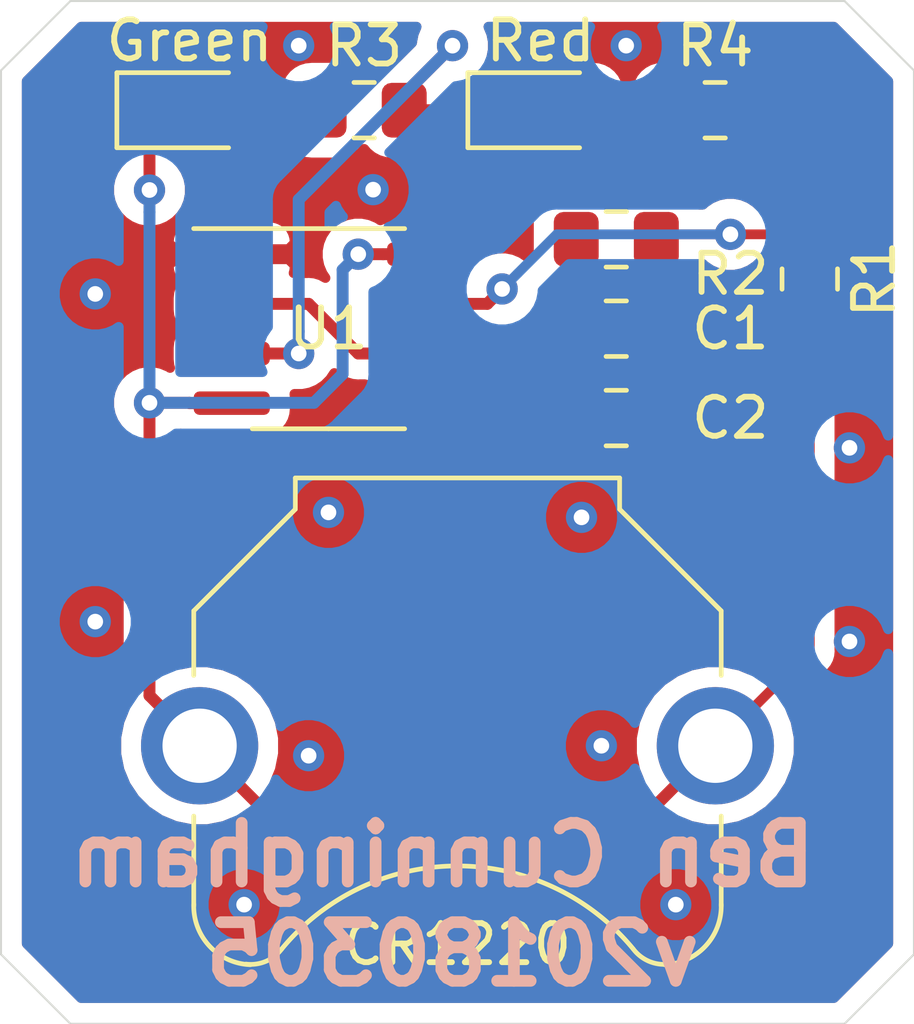
<source format=kicad_pcb>
(kicad_pcb (version 20171130) (host pcbnew "(5.1.2)-2")

  (general
    (thickness 1.6)
    (drawings 10)
    (tracks 71)
    (zones 0)
    (modules 10)
    (nets 9)
  )

  (page A4)
  (layers
    (0 F.Cu signal)
    (31 B.Cu signal)
    (32 B.Adhes user)
    (33 F.Adhes user)
    (34 B.Paste user)
    (35 F.Paste user)
    (36 B.SilkS user)
    (37 F.SilkS user)
    (38 B.Mask user)
    (39 F.Mask user)
    (40 Dwgs.User user)
    (41 Cmts.User user)
    (42 Eco1.User user)
    (43 Eco2.User user)
    (44 Edge.Cuts user)
    (45 Margin user)
    (46 B.CrtYd user)
    (47 F.CrtYd user)
    (48 B.Fab user)
    (49 F.Fab user)
  )

  (setup
    (last_trace_width 0.25)
    (user_trace_width 0.3048)
    (trace_clearance 0.2)
    (zone_clearance 0.508)
    (zone_45_only no)
    (trace_min 0.2)
    (via_size 0.8)
    (via_drill 0.4)
    (via_min_size 0.4)
    (via_min_drill 0.3)
    (uvia_size 0.3)
    (uvia_drill 0.1)
    (uvias_allowed no)
    (uvia_min_size 0.2)
    (uvia_min_drill 0.1)
    (edge_width 0.05)
    (segment_width 0.2)
    (pcb_text_width 0.3)
    (pcb_text_size 1.5 1.5)
    (mod_edge_width 0.12)
    (mod_text_size 1 1)
    (mod_text_width 0.15)
    (pad_size 1.524 1.524)
    (pad_drill 0.762)
    (pad_to_mask_clearance 0.051)
    (solder_mask_min_width 0.25)
    (aux_axis_origin 0 0)
    (grid_origin 114.3 121.92)
    (visible_elements 7FFFFF7F)
    (pcbplotparams
      (layerselection 0x010fc_ffffffff)
      (usegerberextensions false)
      (usegerberattributes false)
      (usegerberadvancedattributes false)
      (creategerberjobfile false)
      (excludeedgelayer true)
      (linewidth 0.100000)
      (plotframeref false)
      (viasonmask false)
      (mode 1)
      (useauxorigin false)
      (hpglpennumber 1)
      (hpglpenspeed 20)
      (hpglpendiameter 15.000000)
      (psnegative false)
      (psa4output false)
      (plotreference true)
      (plotvalue true)
      (plotinvisibletext false)
      (padsonsilk false)
      (subtractmaskfromsilk false)
      (outputformat 1)
      (mirror false)
      (drillshape 1)
      (scaleselection 1)
      (outputdirectory ""))
  )

  (net 0 "")
  (net 1 0)
  (net 2 CONN)
  (net 3 "Net-(C2-Pad1)")
  (net 4 "Net-(D1-Pad2)")
  (net 5 "Net-(D1-Pad1)")
  (net 6 "Net-(D2-Pad2)")
  (net 7 "Net-(D2-Pad1)")
  (net 8 "Net-(R1-Pad2)")

  (net_class Default "This is the default net class."
    (clearance 0.2)
    (trace_width 0.25)
    (via_dia 0.8)
    (via_drill 0.4)
    (uvia_dia 0.3)
    (uvia_drill 0.1)
    (add_net 0)
    (add_net CONN)
    (add_net "Net-(C2-Pad1)")
    (add_net "Net-(D1-Pad1)")
    (add_net "Net-(D1-Pad2)")
    (add_net "Net-(D2-Pad1)")
    (add_net "Net-(D2-Pad2)")
    (add_net "Net-(R1-Pad2)")
  )

  (module Battery:BatteryHolder_Keystone_3001_1x12mm (layer F.Cu) (tedit 58972363) (tstamp 5D0C952E)
    (at 125.984 114.808)
    (descr http://www.keyelco.com/product-pdf.cfm?p=778)
    (tags "Keystone type 3001 coin cell retainer")
    (path /5D0B88CE)
    (fp_text reference V1 (at 0 -4.064) (layer F.SilkS) hide
      (effects (font (size 1 1) (thickness 0.15)))
    )
    (fp_text value +3V (at 0 4.826) (layer F.Fab) hide
      (effects (font (size 1 1) (thickness 0.15)))
    )
    (fp_line (start -4 -6.7) (end 4 -6.7) (layer F.Fab) (width 0.1))
    (fp_line (start -4 -6.7) (end -4 -6) (layer F.Fab) (width 0.1))
    (fp_line (start 4 -6.7) (end 4 -6) (layer F.Fab) (width 0.1))
    (fp_line (start -4 -6) (end -6.6 -3.4) (layer F.Fab) (width 0.1))
    (fp_line (start 4 -6) (end 6.6 -3.4) (layer F.Fab) (width 0.1))
    (fp_line (start -6.6 -3.4) (end -6.6 4.1) (layer F.Fab) (width 0.1))
    (fp_line (start 6.6 -3.4) (end 6.6 4.1) (layer F.Fab) (width 0.1))
    (fp_arc (start -5.25 4.1) (end -5.3 5.45) (angle 90) (layer F.Fab) (width 0.1))
    (fp_line (start 6.75 -3.45) (end 6.75 -1.8) (layer F.SilkS) (width 0.12))
    (fp_line (start 4.15 -6.05) (end 6.75 -3.45) (layer F.SilkS) (width 0.12))
    (fp_line (start 4.15 -6.85) (end 4.15 -6.05) (layer F.SilkS) (width 0.12))
    (fp_line (start -4.15 -6.85) (end 4.15 -6.85) (layer F.SilkS) (width 0.12))
    (fp_line (start -4.15 -6.05) (end -4.15 -6.85) (layer F.SilkS) (width 0.12))
    (fp_line (start -6.75 -3.45) (end -4.15 -6.05) (layer F.SilkS) (width 0.12))
    (fp_line (start -6.75 -1.8) (end -6.75 -3.45) (layer F.SilkS) (width 0.12))
    (fp_line (start -7.25 -1.95) (end -7.25 -3.8) (layer F.CrtYd) (width 0.05))
    (fp_line (start -7.25 -3.8) (end -4.65 -6.4) (layer F.CrtYd) (width 0.05))
    (fp_line (start -4.65 -6.4) (end -4.65 -7.35) (layer F.CrtYd) (width 0.05))
    (fp_line (start -4.65 -7.35) (end 4.65 -7.35) (layer F.CrtYd) (width 0.05))
    (fp_line (start 4.65 -6.4) (end 4.65 -7.35) (layer F.CrtYd) (width 0.05))
    (fp_line (start 7.25 -3.8) (end 4.65 -6.4) (layer F.CrtYd) (width 0.05))
    (fp_line (start 7.25 -1.95) (end 7.25 -3.8) (layer F.CrtYd) (width 0.05))
    (fp_arc (start 5.25 4.1) (end 5.3 5.45) (angle -90) (layer F.Fab) (width 0.1))
    (fp_line (start -6.75 1.8) (end -6.75 4.1) (layer F.SilkS) (width 0.12))
    (fp_line (start 6.75 1.8) (end 6.75 4.1) (layer F.SilkS) (width 0.12))
    (fp_line (start 7.25 1.95) (end 7.25 4.1) (layer F.CrtYd) (width 0.05))
    (fp_line (start -7.25 1.95) (end -7.25 4.1) (layer F.CrtYd) (width 0.05))
    (fp_arc (start -5.25 4.1) (end -5.3 6.1) (angle 90) (layer F.CrtYd) (width 0.05))
    (fp_arc (start -5.25 4.1) (end -5.3 5.6) (angle 90) (layer F.SilkS) (width 0.12))
    (fp_arc (start 5.25 4.1) (end 5.3 5.6) (angle -90) (layer F.SilkS) (width 0.12))
    (fp_arc (start 0 8.9) (end -4.6 5.1) (angle 101) (layer F.Fab) (width 0.1))
    (fp_arc (start -5.29 4.6) (end -4.6 5.1) (angle 60) (layer F.Fab) (width 0.1))
    (fp_arc (start 5.29 4.6) (end 4.6 5.1) (angle -60) (layer F.Fab) (width 0.1))
    (fp_arc (start 0 8.9) (end -4.5 5.2) (angle 101) (layer F.SilkS) (width 0.12))
    (fp_arc (start -5.29 4.6) (end -4.5 5.2) (angle 60) (layer F.SilkS) (width 0.12))
    (fp_arc (start 5.29 4.6) (end 4.5 5.2) (angle -60) (layer F.SilkS) (width 0.12))
    (fp_circle (center 0 0) (end 0 6.25) (layer Dwgs.User) (width 0.15))
    (fp_arc (start -6.6 0) (end -7.25 1.95) (angle 143) (layer F.CrtYd) (width 0.05))
    (fp_arc (start 6.6 0) (end 7.25 1.95) (angle -143) (layer F.CrtYd) (width 0.05))
    (fp_arc (start -5.29 4.6) (end -4.22 5.65) (angle 54.1) (layer F.CrtYd) (width 0.05))
    (fp_arc (start 5.29 4.6) (end 4.22 5.65) (angle -54.1) (layer F.CrtYd) (width 0.05))
    (fp_arc (start 5.25 4.1) (end 5.3 6.1) (angle -90) (layer F.CrtYd) (width 0.05))
    (fp_arc (start 0 0) (end 0 6.75) (angle -36.6) (layer F.CrtYd) (width 0.05))
    (fp_arc (start 0.11 9.15) (end -4.22 5.65) (angle 3.1) (layer F.CrtYd) (width 0.05))
    (fp_arc (start 0.11 9.15) (end 4.22 5.65) (angle -3.1) (layer F.CrtYd) (width 0.05))
    (fp_arc (start 0 0) (end 0 6.75) (angle 36.6) (layer F.CrtYd) (width 0.05))
    (fp_text user %R (at 0 0) (layer F.Fab) hide
      (effects (font (size 1 1) (thickness 0.15)))
    )
    (fp_text user CR1220 (at 0 5.08) (layer F.SilkS)
      (effects (font (size 1 1) (thickness 0.15)))
    )
    (pad 2 smd rect (at 0 0) (size 4 4) (layers F.Cu F.Mask)
      (net 1 0))
    (pad 1 thru_hole circle (at 6.6 0) (size 3 3) (drill 1.9) (layers *.Cu *.Mask)
      (net 5 "Net-(D1-Pad1)"))
    (pad 1 thru_hole circle (at -6.6 0) (size 3 3) (drill 1.9) (layers *.Cu *.Mask)
      (net 5 "Net-(D1-Pad1)"))
    (model ${KISYS3DMOD}/Battery.3dshapes/BatteryHolder_Keystone_3001_1x12mm.wrl
      (at (xyz 0 0 0))
      (scale (xyz 1 1 1))
      (rotate (xyz 0 0 0))
    )
  )

  (module Package_SO:SOIC-8_3.9x4.9mm_P1.27mm (layer F.Cu) (tedit 5C97300E) (tstamp 5D0C94F8)
    (at 122.682 104.14)
    (descr "SOIC, 8 Pin (JEDEC MS-012AA, https://www.analog.com/media/en/package-pcb-resources/package/pkg_pdf/soic_narrow-r/r_8.pdf), generated with kicad-footprint-generator ipc_gullwing_generator.py")
    (tags "SOIC SO")
    (path /5D0C8574)
    (attr smd)
    (fp_text reference U1 (at 0 0) (layer F.SilkS)
      (effects (font (size 1 1) (thickness 0.15)))
    )
    (fp_text value LM555 (at -10.922 4.826) (layer F.Fab) hide
      (effects (font (size 1 1) (thickness 0.15)))
    )
    (fp_text user %R (at 0 0) (layer F.Fab) hide
      (effects (font (size 0.98 0.98) (thickness 0.15)))
    )
    (fp_line (start 3.7 -2.7) (end -3.7 -2.7) (layer F.CrtYd) (width 0.05))
    (fp_line (start 3.7 2.7) (end 3.7 -2.7) (layer F.CrtYd) (width 0.05))
    (fp_line (start -3.7 2.7) (end 3.7 2.7) (layer F.CrtYd) (width 0.05))
    (fp_line (start -3.7 -2.7) (end -3.7 2.7) (layer F.CrtYd) (width 0.05))
    (fp_line (start -1.95 -1.475) (end -0.975 -2.45) (layer F.Fab) (width 0.1))
    (fp_line (start -1.95 2.45) (end -1.95 -1.475) (layer F.Fab) (width 0.1))
    (fp_line (start 1.95 2.45) (end -1.95 2.45) (layer F.Fab) (width 0.1))
    (fp_line (start 1.95 -2.45) (end 1.95 2.45) (layer F.Fab) (width 0.1))
    (fp_line (start -0.975 -2.45) (end 1.95 -2.45) (layer F.Fab) (width 0.1))
    (fp_line (start 0 -2.56) (end -3.45 -2.56) (layer F.SilkS) (width 0.12))
    (fp_line (start 0 -2.56) (end 1.95 -2.56) (layer F.SilkS) (width 0.12))
    (fp_line (start 0 2.56) (end -1.95 2.56) (layer F.SilkS) (width 0.12))
    (fp_line (start 0 2.56) (end 1.95 2.56) (layer F.SilkS) (width 0.12))
    (pad 8 smd roundrect (at 2.475 -1.905) (size 1.95 0.6) (layers F.Cu F.Paste F.Mask) (roundrect_rratio 0.25)
      (net 5 "Net-(D1-Pad1)"))
    (pad 7 smd roundrect (at 2.475 -0.635) (size 1.95 0.6) (layers F.Cu F.Paste F.Mask) (roundrect_rratio 0.25)
      (net 8 "Net-(R1-Pad2)"))
    (pad 6 smd roundrect (at 2.475 0.635) (size 1.95 0.6) (layers F.Cu F.Paste F.Mask) (roundrect_rratio 0.25)
      (net 2 CONN))
    (pad 5 smd roundrect (at 2.475 1.905) (size 1.95 0.6) (layers F.Cu F.Paste F.Mask) (roundrect_rratio 0.25)
      (net 3 "Net-(C2-Pad1)"))
    (pad 4 smd roundrect (at -2.475 1.905) (size 1.95 0.6) (layers F.Cu F.Paste F.Mask) (roundrect_rratio 0.25)
      (net 5 "Net-(D1-Pad1)"))
    (pad 3 smd roundrect (at -2.475 0.635) (size 1.95 0.6) (layers F.Cu F.Paste F.Mask) (roundrect_rratio 0.25)
      (net 7 "Net-(D2-Pad1)"))
    (pad 2 smd roundrect (at -2.475 -0.635) (size 1.95 0.6) (layers F.Cu F.Paste F.Mask) (roundrect_rratio 0.25)
      (net 2 CONN))
    (pad 1 smd roundrect (at -2.475 -1.905) (size 1.95 0.6) (layers F.Cu F.Paste F.Mask) (roundrect_rratio 0.25)
      (net 1 0))
    (model ${KISYS3DMOD}/Package_SO.3dshapes/SOIC-8_3.9x4.9mm_P1.27mm.wrl
      (at (xyz 0 0 0))
      (scale (xyz 1 1 1))
      (rotate (xyz 0 0 0))
    )
  )

  (module Resistor_SMD:R_0805_2012Metric_Pad1.15x1.40mm_HandSolder (layer F.Cu) (tedit 5B36C52B) (tstamp 5D0C94DE)
    (at 132.579 98.552)
    (descr "Resistor SMD 0805 (2012 Metric), square (rectangular) end terminal, IPC_7351 nominal with elongated pad for handsoldering. (Body size source: https://docs.google.com/spreadsheets/d/1BsfQQcO9C6DZCsRaXUlFlo91Tg2WpOkGARC1WS5S8t0/edit?usp=sharing), generated with kicad-footprint-generator")
    (tags "resistor handsolder")
    (path /5D0C7235)
    (attr smd)
    (fp_text reference R4 (at 0 -1.65) (layer F.SilkS)
      (effects (font (size 1 1) (thickness 0.15)))
    )
    (fp_text value 100R (at 0 -5.08) (layer F.Fab) hide
      (effects (font (size 1 1) (thickness 0.15)))
    )
    (fp_text user %R (at 0 0) (layer F.Fab) hide
      (effects (font (size 0.5 0.5) (thickness 0.08)))
    )
    (fp_line (start 1.85 0.95) (end -1.85 0.95) (layer F.CrtYd) (width 0.05))
    (fp_line (start 1.85 -0.95) (end 1.85 0.95) (layer F.CrtYd) (width 0.05))
    (fp_line (start -1.85 -0.95) (end 1.85 -0.95) (layer F.CrtYd) (width 0.05))
    (fp_line (start -1.85 0.95) (end -1.85 -0.95) (layer F.CrtYd) (width 0.05))
    (fp_line (start -0.261252 0.71) (end 0.261252 0.71) (layer F.SilkS) (width 0.12))
    (fp_line (start -0.261252 -0.71) (end 0.261252 -0.71) (layer F.SilkS) (width 0.12))
    (fp_line (start 1 0.6) (end -1 0.6) (layer F.Fab) (width 0.1))
    (fp_line (start 1 -0.6) (end 1 0.6) (layer F.Fab) (width 0.1))
    (fp_line (start -1 -0.6) (end 1 -0.6) (layer F.Fab) (width 0.1))
    (fp_line (start -1 0.6) (end -1 -0.6) (layer F.Fab) (width 0.1))
    (pad 2 smd roundrect (at 1.025 0) (size 1.15 1.4) (layers F.Cu F.Paste F.Mask) (roundrect_rratio 0.217391)
      (net 1 0))
    (pad 1 smd roundrect (at -1.025 0) (size 1.15 1.4) (layers F.Cu F.Paste F.Mask) (roundrect_rratio 0.217391)
      (net 6 "Net-(D2-Pad2)"))
    (model ${KISYS3DMOD}/Resistor_SMD.3dshapes/R_0805_2012Metric.wrl
      (at (xyz 0 0 0))
      (scale (xyz 1 1 1))
      (rotate (xyz 0 0 0))
    )
  )

  (module Resistor_SMD:R_0805_2012Metric_Pad1.15x1.40mm_HandSolder (layer F.Cu) (tedit 5B36C52B) (tstamp 5D0C94CD)
    (at 123.595333 98.552)
    (descr "Resistor SMD 0805 (2012 Metric), square (rectangular) end terminal, IPC_7351 nominal with elongated pad for handsoldering. (Body size source: https://docs.google.com/spreadsheets/d/1BsfQQcO9C6DZCsRaXUlFlo91Tg2WpOkGARC1WS5S8t0/edit?usp=sharing), generated with kicad-footprint-generator")
    (tags "resistor handsolder")
    (path /5D0C738F)
    (attr smd)
    (fp_text reference R3 (at 0 -1.65) (layer F.SilkS)
      (effects (font (size 1 1) (thickness 0.15)))
    )
    (fp_text value 100R (at 0 -7.112) (layer F.Fab) hide
      (effects (font (size 1 1) (thickness 0.15)))
    )
    (fp_text user %R (at 0 0) (layer F.Fab) hide
      (effects (font (size 0.5 0.5) (thickness 0.08)))
    )
    (fp_line (start 1.85 0.95) (end -1.85 0.95) (layer F.CrtYd) (width 0.05))
    (fp_line (start 1.85 -0.95) (end 1.85 0.95) (layer F.CrtYd) (width 0.05))
    (fp_line (start -1.85 -0.95) (end 1.85 -0.95) (layer F.CrtYd) (width 0.05))
    (fp_line (start -1.85 0.95) (end -1.85 -0.95) (layer F.CrtYd) (width 0.05))
    (fp_line (start -0.261252 0.71) (end 0.261252 0.71) (layer F.SilkS) (width 0.12))
    (fp_line (start -0.261252 -0.71) (end 0.261252 -0.71) (layer F.SilkS) (width 0.12))
    (fp_line (start 1 0.6) (end -1 0.6) (layer F.Fab) (width 0.1))
    (fp_line (start 1 -0.6) (end 1 0.6) (layer F.Fab) (width 0.1))
    (fp_line (start -1 -0.6) (end 1 -0.6) (layer F.Fab) (width 0.1))
    (fp_line (start -1 0.6) (end -1 -0.6) (layer F.Fab) (width 0.1))
    (pad 2 smd roundrect (at 1.025 0) (size 1.15 1.4) (layers F.Cu F.Paste F.Mask) (roundrect_rratio 0.217391)
      (net 7 "Net-(D2-Pad1)"))
    (pad 1 smd roundrect (at -1.025 0) (size 1.15 1.4) (layers F.Cu F.Paste F.Mask) (roundrect_rratio 0.217391)
      (net 4 "Net-(D1-Pad2)"))
    (model ${KISYS3DMOD}/Resistor_SMD.3dshapes/R_0805_2012Metric.wrl
      (at (xyz 0 0 0))
      (scale (xyz 1 1 1))
      (rotate (xyz 0 0 0))
    )
  )

  (module Resistor_SMD:R_0805_2012Metric_Pad1.15x1.40mm_HandSolder (layer F.Cu) (tedit 5B36C52B) (tstamp 5D0C94BC)
    (at 130.048 101.854 180)
    (descr "Resistor SMD 0805 (2012 Metric), square (rectangular) end terminal, IPC_7351 nominal with elongated pad for handsoldering. (Body size source: https://docs.google.com/spreadsheets/d/1BsfQQcO9C6DZCsRaXUlFlo91Tg2WpOkGARC1WS5S8t0/edit?usp=sharing), generated with kicad-footprint-generator")
    (tags "resistor handsolder")
    (path /5D0B8C65)
    (attr smd)
    (fp_text reference R2 (at -2.921 -0.889 180) (layer F.SilkS)
      (effects (font (size 1 1) (thickness 0.15)))
    )
    (fp_text value 100k (at 0 1.65) (layer F.Fab) hide
      (effects (font (size 1 1) (thickness 0.15)))
    )
    (fp_text user %R (at 0 0) (layer F.Fab) hide
      (effects (font (size 0.5 0.5) (thickness 0.08)))
    )
    (fp_line (start 1.85 0.95) (end -1.85 0.95) (layer F.CrtYd) (width 0.05))
    (fp_line (start 1.85 -0.95) (end 1.85 0.95) (layer F.CrtYd) (width 0.05))
    (fp_line (start -1.85 -0.95) (end 1.85 -0.95) (layer F.CrtYd) (width 0.05))
    (fp_line (start -1.85 0.95) (end -1.85 -0.95) (layer F.CrtYd) (width 0.05))
    (fp_line (start -0.261252 0.71) (end 0.261252 0.71) (layer F.SilkS) (width 0.12))
    (fp_line (start -0.261252 -0.71) (end 0.261252 -0.71) (layer F.SilkS) (width 0.12))
    (fp_line (start 1 0.6) (end -1 0.6) (layer F.Fab) (width 0.1))
    (fp_line (start 1 -0.6) (end 1 0.6) (layer F.Fab) (width 0.1))
    (fp_line (start -1 -0.6) (end 1 -0.6) (layer F.Fab) (width 0.1))
    (fp_line (start -1 0.6) (end -1 -0.6) (layer F.Fab) (width 0.1))
    (pad 2 smd roundrect (at 1.025 0 180) (size 1.15 1.4) (layers F.Cu F.Paste F.Mask) (roundrect_rratio 0.217391)
      (net 2 CONN))
    (pad 1 smd roundrect (at -1.025 0 180) (size 1.15 1.4) (layers F.Cu F.Paste F.Mask) (roundrect_rratio 0.217391)
      (net 8 "Net-(R1-Pad2)"))
    (model ${KISYS3DMOD}/Resistor_SMD.3dshapes/R_0805_2012Metric.wrl
      (at (xyz 0 0 0))
      (scale (xyz 1 1 1))
      (rotate (xyz 0 0 0))
    )
  )

  (module Resistor_SMD:R_0805_2012Metric_Pad1.15x1.40mm_HandSolder (layer F.Cu) (tedit 5B36C52B) (tstamp 5D0C94AB)
    (at 135.001 102.87 90)
    (descr "Resistor SMD 0805 (2012 Metric), square (rectangular) end terminal, IPC_7351 nominal with elongated pad for handsoldering. (Body size source: https://docs.google.com/spreadsheets/d/1BsfQQcO9C6DZCsRaXUlFlo91Tg2WpOkGARC1WS5S8t0/edit?usp=sharing), generated with kicad-footprint-generator")
    (tags "resistor handsolder")
    (path /5D0C7058)
    (attr smd)
    (fp_text reference R1 (at 0 1.651 90) (layer F.SilkS)
      (effects (font (size 1 1) (thickness 0.15)))
    )
    (fp_text value 1k (at 0 1.65 90) (layer F.Fab) hide
      (effects (font (size 1 1) (thickness 0.15)))
    )
    (fp_text user %R (at 0 0 90) (layer F.Fab) hide
      (effects (font (size 0.5 0.5) (thickness 0.08)))
    )
    (fp_line (start 1.85 0.95) (end -1.85 0.95) (layer F.CrtYd) (width 0.05))
    (fp_line (start 1.85 -0.95) (end 1.85 0.95) (layer F.CrtYd) (width 0.05))
    (fp_line (start -1.85 -0.95) (end 1.85 -0.95) (layer F.CrtYd) (width 0.05))
    (fp_line (start -1.85 0.95) (end -1.85 -0.95) (layer F.CrtYd) (width 0.05))
    (fp_line (start -0.261252 0.71) (end 0.261252 0.71) (layer F.SilkS) (width 0.12))
    (fp_line (start -0.261252 -0.71) (end 0.261252 -0.71) (layer F.SilkS) (width 0.12))
    (fp_line (start 1 0.6) (end -1 0.6) (layer F.Fab) (width 0.1))
    (fp_line (start 1 -0.6) (end 1 0.6) (layer F.Fab) (width 0.1))
    (fp_line (start -1 -0.6) (end 1 -0.6) (layer F.Fab) (width 0.1))
    (fp_line (start -1 0.6) (end -1 -0.6) (layer F.Fab) (width 0.1))
    (pad 2 smd roundrect (at 1.025 0 90) (size 1.15 1.4) (layers F.Cu F.Paste F.Mask) (roundrect_rratio 0.217391)
      (net 8 "Net-(R1-Pad2)"))
    (pad 1 smd roundrect (at -1.025 0 90) (size 1.15 1.4) (layers F.Cu F.Paste F.Mask) (roundrect_rratio 0.217391)
      (net 5 "Net-(D1-Pad1)"))
    (model ${KISYS3DMOD}/Resistor_SMD.3dshapes/R_0805_2012Metric.wrl
      (at (xyz 0 0 0))
      (scale (xyz 1 1 1))
      (rotate (xyz 0 0 0))
    )
  )

  (module LED_SMD:LED_0805_2012Metric_Pad1.15x1.40mm_HandSolder (layer F.Cu) (tedit 5B4B45C9) (tstamp 5D0C949A)
    (at 128.109666 98.552)
    (descr "LED SMD 0805 (2012 Metric), square (rectangular) end terminal, IPC_7351 nominal, (Body size source: https://docs.google.com/spreadsheets/d/1BsfQQcO9C6DZCsRaXUlFlo91Tg2WpOkGARC1WS5S8t0/edit?usp=sharing), generated with kicad-footprint-generator")
    (tags "LED handsolder")
    (path /5D0BA8BE)
    (attr smd)
    (fp_text reference D2 (at 0 -4.572) (layer F.SilkS) hide
      (effects (font (size 1 1) (thickness 0.15)))
    )
    (fp_text value Red (at 0 -1.778) (layer F.SilkS)
      (effects (font (size 1 1) (thickness 0.15)))
    )
    (fp_text user %R (at 0 0) (layer F.Fab) hide
      (effects (font (size 0.5 0.5) (thickness 0.08)))
    )
    (fp_line (start 1.85 0.95) (end -1.85 0.95) (layer F.CrtYd) (width 0.05))
    (fp_line (start 1.85 -0.95) (end 1.85 0.95) (layer F.CrtYd) (width 0.05))
    (fp_line (start -1.85 -0.95) (end 1.85 -0.95) (layer F.CrtYd) (width 0.05))
    (fp_line (start -1.85 0.95) (end -1.85 -0.95) (layer F.CrtYd) (width 0.05))
    (fp_line (start -1.86 0.96) (end 1 0.96) (layer F.SilkS) (width 0.12))
    (fp_line (start -1.86 -0.96) (end -1.86 0.96) (layer F.SilkS) (width 0.12))
    (fp_line (start 1 -0.96) (end -1.86 -0.96) (layer F.SilkS) (width 0.12))
    (fp_line (start 1 0.6) (end 1 -0.6) (layer F.Fab) (width 0.1))
    (fp_line (start -1 0.6) (end 1 0.6) (layer F.Fab) (width 0.1))
    (fp_line (start -1 -0.3) (end -1 0.6) (layer F.Fab) (width 0.1))
    (fp_line (start -0.7 -0.6) (end -1 -0.3) (layer F.Fab) (width 0.1))
    (fp_line (start 1 -0.6) (end -0.7 -0.6) (layer F.Fab) (width 0.1))
    (pad 2 smd roundrect (at 1.025 0) (size 1.15 1.4) (layers F.Cu F.Paste F.Mask) (roundrect_rratio 0.217391)
      (net 6 "Net-(D2-Pad2)"))
    (pad 1 smd roundrect (at -1.025 0) (size 1.15 1.4) (layers F.Cu F.Paste F.Mask) (roundrect_rratio 0.217391)
      (net 7 "Net-(D2-Pad1)"))
    (model ${KISYS3DMOD}/LED_SMD.3dshapes/LED_0805_2012Metric.wrl
      (at (xyz 0 0 0))
      (scale (xyz 1 1 1))
      (rotate (xyz 0 0 0))
    )
  )

  (module LED_SMD:LED_0805_2012Metric_Pad1.15x1.40mm_HandSolder (layer F.Cu) (tedit 5B4B45C9) (tstamp 5D0C9487)
    (at 119.126 98.552)
    (descr "LED SMD 0805 (2012 Metric), square (rectangular) end terminal, IPC_7351 nominal, (Body size source: https://docs.google.com/spreadsheets/d/1BsfQQcO9C6DZCsRaXUlFlo91Tg2WpOkGARC1WS5S8t0/edit?usp=sharing), generated with kicad-footprint-generator")
    (tags "LED handsolder")
    (path /5D0B8F91)
    (attr smd)
    (fp_text reference D1 (at -4.318 -4.318) (layer F.SilkS) hide
      (effects (font (size 1 1) (thickness 0.15)))
    )
    (fp_text value Green (at 0 -1.778) (layer F.SilkS)
      (effects (font (size 1 1) (thickness 0.15)))
    )
    (fp_text user %R (at 0 0) (layer F.Fab) hide
      (effects (font (size 0.5 0.5) (thickness 0.08)))
    )
    (fp_line (start 1.85 0.95) (end -1.85 0.95) (layer F.CrtYd) (width 0.05))
    (fp_line (start 1.85 -0.95) (end 1.85 0.95) (layer F.CrtYd) (width 0.05))
    (fp_line (start -1.85 -0.95) (end 1.85 -0.95) (layer F.CrtYd) (width 0.05))
    (fp_line (start -1.85 0.95) (end -1.85 -0.95) (layer F.CrtYd) (width 0.05))
    (fp_line (start -1.86 0.96) (end 1 0.96) (layer F.SilkS) (width 0.12))
    (fp_line (start -1.86 -0.96) (end -1.86 0.96) (layer F.SilkS) (width 0.12))
    (fp_line (start 1 -0.96) (end -1.86 -0.96) (layer F.SilkS) (width 0.12))
    (fp_line (start 1 0.6) (end 1 -0.6) (layer F.Fab) (width 0.1))
    (fp_line (start -1 0.6) (end 1 0.6) (layer F.Fab) (width 0.1))
    (fp_line (start -1 -0.3) (end -1 0.6) (layer F.Fab) (width 0.1))
    (fp_line (start -0.7 -0.6) (end -1 -0.3) (layer F.Fab) (width 0.1))
    (fp_line (start 1 -0.6) (end -0.7 -0.6) (layer F.Fab) (width 0.1))
    (pad 2 smd roundrect (at 1.025 0) (size 1.15 1.4) (layers F.Cu F.Paste F.Mask) (roundrect_rratio 0.217391)
      (net 4 "Net-(D1-Pad2)"))
    (pad 1 smd roundrect (at -1.025 0) (size 1.15 1.4) (layers F.Cu F.Paste F.Mask) (roundrect_rratio 0.217391)
      (net 5 "Net-(D1-Pad1)"))
    (model ${KISYS3DMOD}/LED_SMD.3dshapes/LED_0805_2012Metric.wrl
      (at (xyz 0 0 0))
      (scale (xyz 1 1 1))
      (rotate (xyz 0 0 0))
    )
  )

  (module Capacitor_SMD:C_0805_2012Metric_Pad1.15x1.40mm_HandSolder (layer F.Cu) (tedit 5B36C52B) (tstamp 5D0C9474)
    (at 130.048 106.426)
    (descr "Capacitor SMD 0805 (2012 Metric), square (rectangular) end terminal, IPC_7351 nominal with elongated pad for handsoldering. (Body size source: https://docs.google.com/spreadsheets/d/1BsfQQcO9C6DZCsRaXUlFlo91Tg2WpOkGARC1WS5S8t0/edit?usp=sharing), generated with kicad-footprint-generator")
    (tags "capacitor handsolder")
    (path /5D0B97EB)
    (attr smd)
    (fp_text reference C2 (at 2.921 0) (layer F.SilkS)
      (effects (font (size 1 1) (thickness 0.15)))
    )
    (fp_text value .01uF (at 0 1.65) (layer F.Fab) hide
      (effects (font (size 1 1) (thickness 0.15)))
    )
    (fp_text user %R (at 0 0) (layer F.Fab) hide
      (effects (font (size 0.5 0.5) (thickness 0.08)))
    )
    (fp_line (start 1.85 0.95) (end -1.85 0.95) (layer F.CrtYd) (width 0.05))
    (fp_line (start 1.85 -0.95) (end 1.85 0.95) (layer F.CrtYd) (width 0.05))
    (fp_line (start -1.85 -0.95) (end 1.85 -0.95) (layer F.CrtYd) (width 0.05))
    (fp_line (start -1.85 0.95) (end -1.85 -0.95) (layer F.CrtYd) (width 0.05))
    (fp_line (start -0.261252 0.71) (end 0.261252 0.71) (layer F.SilkS) (width 0.12))
    (fp_line (start -0.261252 -0.71) (end 0.261252 -0.71) (layer F.SilkS) (width 0.12))
    (fp_line (start 1 0.6) (end -1 0.6) (layer F.Fab) (width 0.1))
    (fp_line (start 1 -0.6) (end 1 0.6) (layer F.Fab) (width 0.1))
    (fp_line (start -1 -0.6) (end 1 -0.6) (layer F.Fab) (width 0.1))
    (fp_line (start -1 0.6) (end -1 -0.6) (layer F.Fab) (width 0.1))
    (pad 2 smd roundrect (at 1.025 0) (size 1.15 1.4) (layers F.Cu F.Paste F.Mask) (roundrect_rratio 0.217391)
      (net 1 0))
    (pad 1 smd roundrect (at -1.025 0) (size 1.15 1.4) (layers F.Cu F.Paste F.Mask) (roundrect_rratio 0.217391)
      (net 3 "Net-(C2-Pad1)"))
    (model ${KISYS3DMOD}/Capacitor_SMD.3dshapes/C_0805_2012Metric.wrl
      (at (xyz 0 0 0))
      (scale (xyz 1 1 1))
      (rotate (xyz 0 0 0))
    )
  )

  (module Capacitor_SMD:C_0805_2012Metric_Pad1.15x1.40mm_HandSolder (layer F.Cu) (tedit 5B36C52B) (tstamp 5D0C9463)
    (at 130.048 104.14)
    (descr "Capacitor SMD 0805 (2012 Metric), square (rectangular) end terminal, IPC_7351 nominal with elongated pad for handsoldering. (Body size source: https://docs.google.com/spreadsheets/d/1BsfQQcO9C6DZCsRaXUlFlo91Tg2WpOkGARC1WS5S8t0/edit?usp=sharing), generated with kicad-footprint-generator")
    (tags "capacitor handsolder")
    (path /5D0B7C72)
    (attr smd)
    (fp_text reference C1 (at 2.921 0) (layer F.SilkS)
      (effects (font (size 1 1) (thickness 0.15)))
    )
    (fp_text value 22uF (at 0 1.65) (layer F.Fab) hide
      (effects (font (size 1 1) (thickness 0.15)))
    )
    (fp_text user %R (at 0 0) (layer F.Fab) hide
      (effects (font (size 0.5 0.5) (thickness 0.08)))
    )
    (fp_line (start 1.85 0.95) (end -1.85 0.95) (layer F.CrtYd) (width 0.05))
    (fp_line (start 1.85 -0.95) (end 1.85 0.95) (layer F.CrtYd) (width 0.05))
    (fp_line (start -1.85 -0.95) (end 1.85 -0.95) (layer F.CrtYd) (width 0.05))
    (fp_line (start -1.85 0.95) (end -1.85 -0.95) (layer F.CrtYd) (width 0.05))
    (fp_line (start -0.261252 0.71) (end 0.261252 0.71) (layer F.SilkS) (width 0.12))
    (fp_line (start -0.261252 -0.71) (end 0.261252 -0.71) (layer F.SilkS) (width 0.12))
    (fp_line (start 1 0.6) (end -1 0.6) (layer F.Fab) (width 0.1))
    (fp_line (start 1 -0.6) (end 1 0.6) (layer F.Fab) (width 0.1))
    (fp_line (start -1 -0.6) (end 1 -0.6) (layer F.Fab) (width 0.1))
    (fp_line (start -1 0.6) (end -1 -0.6) (layer F.Fab) (width 0.1))
    (pad 2 smd roundrect (at 1.025 0) (size 1.15 1.4) (layers F.Cu F.Paste F.Mask) (roundrect_rratio 0.217391)
      (net 1 0))
    (pad 1 smd roundrect (at -1.025 0) (size 1.15 1.4) (layers F.Cu F.Paste F.Mask) (roundrect_rratio 0.217391)
      (net 2 CONN))
    (model ${KISYS3DMOD}/Capacitor_SMD.3dshapes/C_0805_2012Metric.wrl
      (at (xyz 0 0 0))
      (scale (xyz 1 1 1))
      (rotate (xyz 0 0 0))
    )
  )

  (gr_text v20180305 (at 125.857 120.142) (layer B.SilkS)
    (effects (font (size 1.5 1.5) (thickness 0.3)) (justify mirror))
  )
  (gr_text "Ben Cunningham" (at 125.603 117.602) (layer B.SilkS)
    (effects (font (size 1.5 1.5) (thickness 0.3)) (justify mirror))
  )
  (gr_line (start 114.3 97.536) (end 116.078 95.758) (layer Edge.Cuts) (width 0.05) (tstamp 5D0C99D1))
  (gr_line (start 137.668 120.142) (end 135.89 121.92) (layer Edge.Cuts) (width 0.05) (tstamp 5D0C99CD))
  (gr_line (start 114.3 120.142) (end 116.078 121.92) (layer Edge.Cuts) (width 0.05) (tstamp 5D0C99CC))
  (gr_line (start 135.89 95.758) (end 137.668 97.536) (layer Edge.Cuts) (width 0.05) (tstamp 5D0C99CB))
  (gr_line (start 114.3 120.142) (end 114.3 97.536) (layer Edge.Cuts) (width 0.05) (tstamp 5D0BA546))
  (gr_line (start 135.89 121.92) (end 116.078 121.92) (layer Edge.Cuts) (width 0.05))
  (gr_line (start 137.668 97.536) (end 137.668 120.142) (layer Edge.Cuts) (width 0.05))
  (gr_line (start 116.078 95.758) (end 135.89 95.758) (layer Edge.Cuts) (width 0.05))

  (via (at 116.713 103.251) (size 0.8) (drill 0.4) (layers F.Cu B.Cu) (net 1))
  (via (at 116.713 111.633) (size 0.8) (drill 0.4) (layers F.Cu B.Cu) (net 1))
  (via (at 122.682 108.839) (size 0.8) (drill 0.4) (layers F.Cu B.Cu) (net 1))
  (via (at 129.159 108.966) (size 0.8) (drill 0.4) (layers F.Cu B.Cu) (net 1))
  (via (at 122.174 115.062) (size 0.8) (drill 0.4) (layers F.Cu B.Cu) (net 1))
  (via (at 129.667 114.808) (size 0.8) (drill 0.4) (layers F.Cu B.Cu) (net 1))
  (via (at 120.523 118.872) (size 0.8) (drill 0.4) (layers F.Cu B.Cu) (net 1))
  (via (at 131.572 118.872) (size 0.8) (drill 0.4) (layers F.Cu B.Cu) (net 1))
  (via (at 136.017 112.141) (size 0.8) (drill 0.4) (layers F.Cu B.Cu) (net 1))
  (via (at 136.017 107.188) (size 0.8) (drill 0.4) (layers F.Cu B.Cu) (net 1))
  (via (at 123.825 100.584) (size 0.8) (drill 0.4) (layers F.Cu B.Cu) (net 1))
  (via (at 130.302 96.901) (size 0.8) (drill 0.4) (layers F.Cu B.Cu) (net 1) (tstamp 5D0CAEE3))
  (via (at 121.92 96.901) (size 0.8) (drill 0.4) (layers F.Cu B.Cu) (net 1))
  (segment (start 123.444 104.775) (end 125.157 104.775) (width 0.3048) (layer F.Cu) (net 2))
  (segment (start 120.207 103.505) (end 122.174 103.505) (width 0.3048) (layer F.Cu) (net 2))
  (segment (start 122.174 103.505) (end 123.444 104.775) (width 0.3048) (layer F.Cu) (net 2))
  (segment (start 127.762 104.14) (end 129.023 104.14) (width 0.3048) (layer F.Cu) (net 2))
  (segment (start 125.157 104.775) (end 127.127 104.775) (width 0.3048) (layer F.Cu) (net 2))
  (segment (start 127.127 104.775) (end 127.762 104.14) (width 0.3048) (layer F.Cu) (net 2))
  (segment (start 129.023 104.14) (end 129.023 101.854) (width 0.25) (layer F.Cu) (net 2))
  (segment (start 125.157 106.045) (end 127.127 106.045) (width 0.3048) (layer F.Cu) (net 3))
  (segment (start 127.508 106.426) (end 129.023 106.426) (width 0.3048) (layer F.Cu) (net 3))
  (segment (start 127.127 106.045) (end 127.508 106.426) (width 0.3048) (layer F.Cu) (net 3))
  (segment (start 120.151 98.552) (end 122.570333 98.552) (width 0.3048) (layer F.Cu) (net 4))
  (segment (start 118.101 113.525) (end 119.384 114.808) (width 0.3048) (layer F.Cu) (net 5))
  (segment (start 119.123 106.036) (end 118.101 106.036) (width 0.3048) (layer F.Cu) (net 5))
  (segment (start 119.132 106.045) (end 119.123 106.036) (width 0.3048) (layer F.Cu) (net 5))
  (segment (start 120.207 106.045) (end 119.132 106.045) (width 0.3048) (layer F.Cu) (net 5))
  (segment (start 118.101 106.036) (end 118.101 113.525) (width 0.3048) (layer F.Cu) (net 5))
  (via (at 118.101 106.036) (size 0.8) (drill 0.4) (layers F.Cu B.Cu) (net 5))
  (segment (start 125.157 102.235) (end 124.082 102.235) (width 0.3048) (layer F.Cu) (net 5))
  (via (at 123.444 102.235) (size 0.8) (drill 0.4) (layers F.Cu B.Cu) (net 5))
  (segment (start 124.082 102.235) (end 123.444 102.235) (width 0.3048) (layer F.Cu) (net 5))
  (segment (start 123.044001 102.634999) (end 123.044001 105.301999) (width 0.3048) (layer B.Cu) (net 5))
  (segment (start 123.444 102.235) (end 123.044001 102.634999) (width 0.3048) (layer B.Cu) (net 5))
  (segment (start 122.31 106.036) (end 118.101 106.036) (width 0.3048) (layer B.Cu) (net 5))
  (segment (start 123.044001 105.301999) (end 122.31 106.036) (width 0.3048) (layer B.Cu) (net 5))
  (segment (start 132.584 114.808) (end 130.231599 117.160401) (width 0.3048) (layer F.Cu) (net 5))
  (segment (start 130.231599 117.164401) (end 129.159 118.237) (width 0.3048) (layer F.Cu) (net 5))
  (segment (start 130.231599 117.160401) (end 130.231599 117.164401) (width 0.3048) (layer F.Cu) (net 5))
  (segment (start 121.736401 117.164401) (end 122.809 118.237) (width 0.3048) (layer F.Cu) (net 5))
  (segment (start 121.736401 117.160401) (end 121.736401 117.164401) (width 0.3048) (layer F.Cu) (net 5))
  (segment (start 119.384 114.808) (end 121.736401 117.160401) (width 0.3048) (layer F.Cu) (net 5))
  (segment (start 129.159 118.237) (end 122.809 118.237) (width 0.3048) (layer F.Cu) (net 5))
  (via (at 118.101 100.593) (size 0.8) (drill 0.4) (layers F.Cu B.Cu) (net 5))
  (segment (start 118.101 98.552) (end 118.101 100.593) (width 0.3048) (layer F.Cu) (net 5))
  (segment (start 118.101 101.158685) (end 118.101 106.036) (width 0.3048) (layer B.Cu) (net 5))
  (segment (start 118.101 100.593) (end 118.101 101.158685) (width 0.3048) (layer B.Cu) (net 5))
  (segment (start 135.001 112.391) (end 135.001 103.895) (width 0.25) (layer F.Cu) (net 5))
  (segment (start 132.584 114.808) (end 135.001 112.391) (width 0.25) (layer F.Cu) (net 5))
  (segment (start 129.134666 98.552) (end 131.554 98.552) (width 0.3048) (layer F.Cu) (net 6))
  (segment (start 124.620333 98.552) (end 127.084666 98.552) (width 0.3048) (layer F.Cu) (net 7))
  (via (at 121.92 104.775) (size 0.8) (drill 0.4) (layers F.Cu B.Cu) (net 7))
  (segment (start 120.207 104.775) (end 121.92 104.775) (width 0.3048) (layer F.Cu) (net 7))
  (segment (start 121.92 104.775) (end 121.92 104.209315) (width 0.3048) (layer B.Cu) (net 7))
  (segment (start 121.92 104.209315) (end 121.92 100.838) (width 0.3048) (layer B.Cu) (net 7))
  (via (at 125.857 96.901) (size 0.8) (drill 0.4) (layers F.Cu B.Cu) (net 7))
  (segment (start 121.92 100.838) (end 125.857 96.901) (width 0.3048) (layer B.Cu) (net 7))
  (segment (start 124.620333 98.137667) (end 124.620333 98.552) (width 0.3048) (layer F.Cu) (net 7))
  (segment (start 125.857 96.901) (end 124.620333 98.137667) (width 0.3048) (layer F.Cu) (net 7))
  (segment (start 125.157 103.505) (end 126.746 103.505) (width 0.3048) (layer F.Cu) (net 8))
  (via (at 127.127 103.124) (size 0.8) (drill 0.4) (layers F.Cu B.Cu) (net 8))
  (segment (start 126.746 103.505) (end 127.127 103.124) (width 0.3048) (layer F.Cu) (net 8))
  (segment (start 127.127 103.124) (end 127.526999 102.724001) (width 0.25) (layer B.Cu) (net 8))
  (segment (start 127.526999 102.724001) (end 128.524 101.727) (width 0.25) (layer B.Cu) (net 8))
  (via (at 132.969 101.727) (size 0.8) (drill 0.4) (layers F.Cu B.Cu) (net 8))
  (segment (start 128.524 101.727) (end 132.969 101.727) (width 0.25) (layer B.Cu) (net 8))
  (segment (start 131.2 101.727) (end 131.073 101.854) (width 0.25) (layer F.Cu) (net 8))
  (segment (start 132.969 101.727) (end 131.2 101.727) (width 0.25) (layer F.Cu) (net 8))
  (segment (start 134.883 101.727) (end 135.001 101.845) (width 0.25) (layer F.Cu) (net 8))
  (segment (start 132.969 101.727) (end 134.883 101.727) (width 0.25) (layer F.Cu) (net 8))

  (zone (net 1) (net_name 0) (layer F.Cu) (tstamp 0) (hatch edge 0.508)
    (connect_pads (clearance 0.508))
    (min_thickness 0.254)
    (fill yes (arc_segments 32) (thermal_gap 0.508) (thermal_bridge_width 0.508))
    (polygon
      (pts
        (xy 114.3 95.758) (xy 114.3 121.92) (xy 137.668 121.92) (xy 137.668 95.758)
      )
    )
    (filled_polygon
      (pts
        (xy 124.861774 96.599102) (xy 124.822 96.799061) (xy 124.822 96.822449) (xy 124.430521 97.213928) (xy 124.295332 97.213928)
        (xy 124.122078 97.230992) (xy 123.955482 97.281528) (xy 123.801946 97.363595) (xy 123.667371 97.474038) (xy 123.595333 97.561816)
        (xy 123.523295 97.474038) (xy 123.38872 97.363595) (xy 123.235184 97.281528) (xy 123.068588 97.230992) (xy 122.895334 97.213928)
        (xy 122.245332 97.213928) (xy 122.072078 97.230992) (xy 121.905482 97.281528) (xy 121.751946 97.363595) (xy 121.617371 97.474038)
        (xy 121.506928 97.608613) (xy 121.424861 97.762149) (xy 121.424118 97.7646) (xy 121.297215 97.7646) (xy 121.296472 97.762149)
        (xy 121.214405 97.608613) (xy 121.103962 97.474038) (xy 120.969387 97.363595) (xy 120.815851 97.281528) (xy 120.649255 97.230992)
        (xy 120.476001 97.213928) (xy 119.825999 97.213928) (xy 119.652745 97.230992) (xy 119.486149 97.281528) (xy 119.332613 97.363595)
        (xy 119.198038 97.474038) (xy 119.126 97.561816) (xy 119.053962 97.474038) (xy 118.919387 97.363595) (xy 118.765851 97.281528)
        (xy 118.599255 97.230992) (xy 118.426001 97.213928) (xy 117.775999 97.213928) (xy 117.602745 97.230992) (xy 117.436149 97.281528)
        (xy 117.282613 97.363595) (xy 117.148038 97.474038) (xy 117.037595 97.608613) (xy 116.955528 97.762149) (xy 116.904992 97.928745)
        (xy 116.887928 98.101999) (xy 116.887928 99.002001) (xy 116.904992 99.175255) (xy 116.955528 99.341851) (xy 117.037595 99.495387)
        (xy 117.148038 99.629962) (xy 117.282613 99.740405) (xy 117.313601 99.756968) (xy 117.313601 99.916688) (xy 117.297063 99.933226)
        (xy 117.183795 100.102744) (xy 117.105774 100.291102) (xy 117.066 100.491061) (xy 117.066 100.694939) (xy 117.105774 100.894898)
        (xy 117.183795 101.083256) (xy 117.297063 101.252774) (xy 117.441226 101.396937) (xy 117.610744 101.510205) (xy 117.799102 101.588226)
        (xy 117.999061 101.628) (xy 118.202939 101.628) (xy 118.402898 101.588226) (xy 118.591256 101.510205) (xy 118.760774 101.396937)
        (xy 118.904937 101.252774) (xy 119.018205 101.083256) (xy 119.096226 100.894898) (xy 119.136 100.694939) (xy 119.136 100.491061)
        (xy 119.096226 100.291102) (xy 119.018205 100.102744) (xy 118.904937 99.933226) (xy 118.8884 99.916689) (xy 118.8884 99.756968)
        (xy 118.919387 99.740405) (xy 119.053962 99.629962) (xy 119.126 99.542184) (xy 119.198038 99.629962) (xy 119.332613 99.740405)
        (xy 119.486149 99.822472) (xy 119.652745 99.873008) (xy 119.825999 99.890072) (xy 120.476001 99.890072) (xy 120.649255 99.873008)
        (xy 120.815851 99.822472) (xy 120.969387 99.740405) (xy 121.103962 99.629962) (xy 121.214405 99.495387) (xy 121.296472 99.341851)
        (xy 121.297215 99.3394) (xy 121.424118 99.3394) (xy 121.424861 99.341851) (xy 121.506928 99.495387) (xy 121.617371 99.629962)
        (xy 121.751946 99.740405) (xy 121.905482 99.822472) (xy 122.072078 99.873008) (xy 122.245332 99.890072) (xy 122.895334 99.890072)
        (xy 123.068588 99.873008) (xy 123.235184 99.822472) (xy 123.38872 99.740405) (xy 123.523295 99.629962) (xy 123.595333 99.542184)
        (xy 123.667371 99.629962) (xy 123.801946 99.740405) (xy 123.955482 99.822472) (xy 124.122078 99.873008) (xy 124.295332 99.890072)
        (xy 124.945334 99.890072) (xy 125.118588 99.873008) (xy 125.285184 99.822472) (xy 125.43872 99.740405) (xy 125.573295 99.629962)
        (xy 125.683738 99.495387) (xy 125.765805 99.341851) (xy 125.766548 99.3394) (xy 125.938451 99.3394) (xy 125.939194 99.341851)
        (xy 126.021261 99.495387) (xy 126.131704 99.629962) (xy 126.266279 99.740405) (xy 126.419815 99.822472) (xy 126.586411 99.873008)
        (xy 126.759665 99.890072) (xy 127.409667 99.890072) (xy 127.582921 99.873008) (xy 127.749517 99.822472) (xy 127.903053 99.740405)
        (xy 128.037628 99.629962) (xy 128.109666 99.542184) (xy 128.181704 99.629962) (xy 128.316279 99.740405) (xy 128.469815 99.822472)
        (xy 128.636411 99.873008) (xy 128.809665 99.890072) (xy 129.459667 99.890072) (xy 129.632921 99.873008) (xy 129.799517 99.822472)
        (xy 129.953053 99.740405) (xy 130.087628 99.629962) (xy 130.198071 99.495387) (xy 130.280138 99.341851) (xy 130.280881 99.3394)
        (xy 130.407785 99.3394) (xy 130.408528 99.341851) (xy 130.490595 99.495387) (xy 130.601038 99.629962) (xy 130.735613 99.740405)
        (xy 130.889149 99.822472) (xy 131.055745 99.873008) (xy 131.228999 99.890072) (xy 131.879001 99.890072) (xy 132.052255 99.873008)
        (xy 132.218851 99.822472) (xy 132.372387 99.740405) (xy 132.506962 99.629962) (xy 132.512342 99.623406) (xy 132.577815 99.703185)
        (xy 132.674506 99.782537) (xy 132.78482 99.841502) (xy 132.904518 99.877812) (xy 133.029 99.890072) (xy 133.31825 99.887)
        (xy 133.477 99.72825) (xy 133.477 98.679) (xy 133.731 98.679) (xy 133.731 99.72825) (xy 133.88975 99.887)
        (xy 134.179 99.890072) (xy 134.303482 99.877812) (xy 134.42318 99.841502) (xy 134.533494 99.782537) (xy 134.630185 99.703185)
        (xy 134.709537 99.606494) (xy 134.768502 99.49618) (xy 134.804812 99.376482) (xy 134.817072 99.252) (xy 134.814 98.83775)
        (xy 134.65525 98.679) (xy 133.731 98.679) (xy 133.477 98.679) (xy 133.457 98.679) (xy 133.457 98.425)
        (xy 133.477 98.425) (xy 133.477 97.37575) (xy 133.731 97.37575) (xy 133.731 98.425) (xy 134.65525 98.425)
        (xy 134.814 98.26625) (xy 134.817072 97.852) (xy 134.804812 97.727518) (xy 134.768502 97.60782) (xy 134.709537 97.497506)
        (xy 134.630185 97.400815) (xy 134.533494 97.321463) (xy 134.42318 97.262498) (xy 134.303482 97.226188) (xy 134.179 97.213928)
        (xy 133.88975 97.217) (xy 133.731 97.37575) (xy 133.477 97.37575) (xy 133.31825 97.217) (xy 133.029 97.213928)
        (xy 132.904518 97.226188) (xy 132.78482 97.262498) (xy 132.674506 97.321463) (xy 132.577815 97.400815) (xy 132.512342 97.480594)
        (xy 132.506962 97.474038) (xy 132.372387 97.363595) (xy 132.218851 97.281528) (xy 132.052255 97.230992) (xy 131.879001 97.213928)
        (xy 131.228999 97.213928) (xy 131.055745 97.230992) (xy 130.889149 97.281528) (xy 130.735613 97.363595) (xy 130.601038 97.474038)
        (xy 130.490595 97.608613) (xy 130.408528 97.762149) (xy 130.407785 97.7646) (xy 130.280881 97.7646) (xy 130.280138 97.762149)
        (xy 130.198071 97.608613) (xy 130.087628 97.474038) (xy 129.953053 97.363595) (xy 129.799517 97.281528) (xy 129.632921 97.230992)
        (xy 129.459667 97.213928) (xy 128.809665 97.213928) (xy 128.636411 97.230992) (xy 128.469815 97.281528) (xy 128.316279 97.363595)
        (xy 128.181704 97.474038) (xy 128.109666 97.561816) (xy 128.037628 97.474038) (xy 127.903053 97.363595) (xy 127.749517 97.281528)
        (xy 127.582921 97.230992) (xy 127.409667 97.213928) (xy 126.847657 97.213928) (xy 126.852226 97.202898) (xy 126.892 97.002939)
        (xy 126.892 96.799061) (xy 126.852226 96.599102) (xy 126.777211 96.418) (xy 135.61662 96.418) (xy 137.008 97.809381)
        (xy 137.008001 119.868618) (xy 135.61662 121.26) (xy 116.351381 121.26) (xy 114.96 119.86862) (xy 114.96 105.934061)
        (xy 117.066 105.934061) (xy 117.066 106.137939) (xy 117.105774 106.337898) (xy 117.183795 106.526256) (xy 117.297063 106.695774)
        (xy 117.3136 106.712311) (xy 117.313601 113.486327) (xy 117.309792 113.525) (xy 117.324995 113.679357) (xy 117.370018 113.827782)
        (xy 117.370019 113.827783) (xy 117.431482 113.942772) (xy 117.331047 114.185244) (xy 117.249 114.597721) (xy 117.249 115.018279)
        (xy 117.331047 115.430756) (xy 117.491988 115.819302) (xy 117.725637 116.168983) (xy 118.023017 116.466363) (xy 118.372698 116.700012)
        (xy 118.761244 116.860953) (xy 119.173721 116.943) (xy 119.594279 116.943) (xy 120.006756 116.860953) (xy 120.230658 116.76821)
        (xy 121.133976 117.671528) (xy 121.176932 117.72387) (xy 121.206977 117.748527) (xy 122.224877 118.766428) (xy 122.249531 118.796469)
        (xy 122.369428 118.894866) (xy 122.506217 118.967982) (xy 122.654643 119.013006) (xy 122.770327 119.0244) (xy 122.770336 119.0244)
        (xy 122.808999 119.028208) (xy 122.847662 119.0244) (xy 129.120337 119.0244) (xy 129.159 119.028208) (xy 129.197663 119.0244)
        (xy 129.197673 119.0244) (xy 129.313357 119.013006) (xy 129.461783 118.967982) (xy 129.598572 118.894866) (xy 129.718469 118.796469)
        (xy 129.743128 118.766423) (xy 130.761027 117.748524) (xy 130.791068 117.72387) (xy 130.832117 117.673851) (xy 130.834031 117.671519)
        (xy 131.737341 116.768209) (xy 131.961244 116.860953) (xy 132.373721 116.943) (xy 132.794279 116.943) (xy 133.206756 116.860953)
        (xy 133.595302 116.700012) (xy 133.944983 116.466363) (xy 134.242363 116.168983) (xy 134.476012 115.819302) (xy 134.636953 115.430756)
        (xy 134.719 115.018279) (xy 134.719 114.597721) (xy 134.636953 114.185244) (xy 134.53286 113.933941) (xy 135.512004 112.954798)
        (xy 135.541001 112.931001) (xy 135.635974 112.815276) (xy 135.706546 112.683247) (xy 135.750003 112.539986) (xy 135.761 112.428333)
        (xy 135.761 112.428324) (xy 135.764676 112.391001) (xy 135.761 112.353678) (xy 135.761 105.049527) (xy 135.790851 105.040472)
        (xy 135.944387 104.958405) (xy 136.078962 104.847962) (xy 136.189405 104.713387) (xy 136.271472 104.559851) (xy 136.322008 104.393255)
        (xy 136.339072 104.220001) (xy 136.339072 103.569999) (xy 136.322008 103.396745) (xy 136.271472 103.230149) (xy 136.189405 103.076613)
        (xy 136.078962 102.942038) (xy 135.991184 102.87) (xy 136.078962 102.797962) (xy 136.189405 102.663387) (xy 136.271472 102.509851)
        (xy 136.322008 102.343255) (xy 136.339072 102.170001) (xy 136.339072 101.519999) (xy 136.322008 101.346745) (xy 136.271472 101.180149)
        (xy 136.189405 101.026613) (xy 136.078962 100.892038) (xy 135.944387 100.781595) (xy 135.790851 100.699528) (xy 135.624255 100.648992)
        (xy 135.451001 100.631928) (xy 134.550999 100.631928) (xy 134.377745 100.648992) (xy 134.211149 100.699528) (xy 134.057613 100.781595)
        (xy 133.923038 100.892038) (xy 133.861518 100.967) (xy 133.672711 100.967) (xy 133.628774 100.923063) (xy 133.459256 100.809795)
        (xy 133.270898 100.731774) (xy 133.070939 100.692) (xy 132.867061 100.692) (xy 132.667102 100.731774) (xy 132.478744 100.809795)
        (xy 132.309226 100.923063) (xy 132.265289 100.967) (xy 132.166545 100.967) (xy 132.136405 100.910613) (xy 132.025962 100.776038)
        (xy 131.891387 100.665595) (xy 131.737851 100.583528) (xy 131.571255 100.532992) (xy 131.398001 100.515928) (xy 130.747999 100.515928)
        (xy 130.574745 100.532992) (xy 130.408149 100.583528) (xy 130.254613 100.665595) (xy 130.120038 100.776038) (xy 130.048 100.863816)
        (xy 129.975962 100.776038) (xy 129.841387 100.665595) (xy 129.687851 100.583528) (xy 129.521255 100.532992) (xy 129.348001 100.515928)
        (xy 128.697999 100.515928) (xy 128.524745 100.532992) (xy 128.358149 100.583528) (xy 128.204613 100.665595) (xy 128.070038 100.776038)
        (xy 127.959595 100.910613) (xy 127.877528 101.064149) (xy 127.826992 101.230745) (xy 127.809928 101.403999) (xy 127.809928 102.304001)
        (xy 127.814212 102.347501) (xy 127.786774 102.320063) (xy 127.617256 102.206795) (xy 127.428898 102.128774) (xy 127.228939 102.089)
        (xy 127.025061 102.089) (xy 126.825102 102.128774) (xy 126.770072 102.151568) (xy 126.770072 102.085) (xy 126.754929 101.931255)
        (xy 126.710084 101.783418) (xy 126.637258 101.647171) (xy 126.539251 101.527749) (xy 126.419829 101.429742) (xy 126.283582 101.356916)
        (xy 126.135745 101.312071) (xy 125.982 101.296928) (xy 124.332 101.296928) (xy 124.178255 101.312071) (xy 124.030418 101.356916)
        (xy 124.009521 101.368086) (xy 123.934256 101.317795) (xy 123.745898 101.239774) (xy 123.545939 101.2) (xy 123.342061 101.2)
        (xy 123.142102 101.239774) (xy 122.953744 101.317795) (xy 122.784226 101.431063) (xy 122.640063 101.575226) (xy 122.526795 101.744744)
        (xy 122.448774 101.933102) (xy 122.409 102.133061) (xy 122.409 102.336939) (xy 122.448774 102.536898) (xy 122.526795 102.725256)
        (xy 122.605264 102.842693) (xy 122.476783 102.774018) (xy 122.328357 102.728994) (xy 122.212673 102.7176) (xy 122.212663 102.7176)
        (xy 122.174 102.713792) (xy 122.135337 102.7176) (xy 121.790182 102.7176) (xy 121.807812 102.659482) (xy 121.820072 102.535)
        (xy 121.817 102.52075) (xy 121.65825 102.362) (xy 120.334 102.362) (xy 120.334 102.382) (xy 120.08 102.382)
        (xy 120.08 102.362) (xy 118.75575 102.362) (xy 118.597 102.52075) (xy 118.593928 102.535) (xy 118.606188 102.659482)
        (xy 118.642498 102.77918) (xy 118.701463 102.889494) (xy 118.72573 102.919064) (xy 118.653916 103.053418) (xy 118.609071 103.201255)
        (xy 118.593928 103.355) (xy 118.593928 103.655) (xy 118.609071 103.808745) (xy 118.653916 103.956582) (xy 118.726742 104.092829)
        (xy 118.765454 104.14) (xy 118.726742 104.187171) (xy 118.653916 104.323418) (xy 118.609071 104.471255) (xy 118.593928 104.625)
        (xy 118.593928 104.925) (xy 118.609071 105.078745) (xy 118.628837 105.143906) (xy 118.591256 105.118795) (xy 118.402898 105.040774)
        (xy 118.202939 105.001) (xy 117.999061 105.001) (xy 117.799102 105.040774) (xy 117.610744 105.118795) (xy 117.441226 105.232063)
        (xy 117.297063 105.376226) (xy 117.183795 105.545744) (xy 117.105774 105.734102) (xy 117.066 105.934061) (xy 114.96 105.934061)
        (xy 114.96 101.935) (xy 118.593928 101.935) (xy 118.597 101.94925) (xy 118.75575 102.108) (xy 120.08 102.108)
        (xy 120.08 101.45875) (xy 120.334 101.45875) (xy 120.334 102.108) (xy 121.65825 102.108) (xy 121.817 101.94925)
        (xy 121.820072 101.935) (xy 121.807812 101.810518) (xy 121.771502 101.69082) (xy 121.712537 101.580506) (xy 121.633185 101.483815)
        (xy 121.536494 101.404463) (xy 121.42618 101.345498) (xy 121.306482 101.309188) (xy 121.182 101.296928) (xy 120.49275 101.3)
        (xy 120.334 101.45875) (xy 120.08 101.45875) (xy 119.92125 101.3) (xy 119.232 101.296928) (xy 119.107518 101.309188)
        (xy 118.98782 101.345498) (xy 118.877506 101.404463) (xy 118.780815 101.483815) (xy 118.701463 101.580506) (xy 118.642498 101.69082)
        (xy 118.606188 101.810518) (xy 118.593928 101.935) (xy 114.96 101.935) (xy 114.96 97.80938) (xy 116.351381 96.418)
        (xy 124.936789 96.418)
      )
    )
    (filled_polygon
      (pts
        (xy 133.730528 102.509851) (xy 133.812595 102.663387) (xy 133.923038 102.797962) (xy 134.010816 102.87) (xy 133.923038 102.942038)
        (xy 133.812595 103.076613) (xy 133.730528 103.230149) (xy 133.679992 103.396745) (xy 133.662928 103.569999) (xy 133.662928 104.220001)
        (xy 133.679992 104.393255) (xy 133.730528 104.559851) (xy 133.812595 104.713387) (xy 133.923038 104.847962) (xy 134.057613 104.958405)
        (xy 134.211149 105.040472) (xy 134.241001 105.049527) (xy 134.241 112.076198) (xy 133.458059 112.85914) (xy 133.206756 112.755047)
        (xy 132.794279 112.673) (xy 132.373721 112.673) (xy 131.961244 112.755047) (xy 131.572698 112.915988) (xy 131.223017 113.149637)
        (xy 130.925637 113.447017) (xy 130.691988 113.796698) (xy 130.531047 114.185244) (xy 130.449 114.597721) (xy 130.449 115.018279)
        (xy 130.531047 115.430756) (xy 130.623791 115.654659) (xy 129.702176 116.576273) (xy 129.67213 116.600932) (xy 129.629171 116.653278)
        (xy 128.83285 117.4496) (xy 123.135151 117.4496) (xy 122.493551 116.808) (xy 123.345928 116.808) (xy 123.358188 116.932482)
        (xy 123.394498 117.05218) (xy 123.453463 117.162494) (xy 123.532815 117.259185) (xy 123.629506 117.338537) (xy 123.73982 117.397502)
        (xy 123.859518 117.433812) (xy 123.984 117.446072) (xy 125.69825 117.443) (xy 125.857 117.28425) (xy 125.857 114.935)
        (xy 126.111 114.935) (xy 126.111 117.28425) (xy 126.26975 117.443) (xy 127.984 117.446072) (xy 128.108482 117.433812)
        (xy 128.22818 117.397502) (xy 128.338494 117.338537) (xy 128.435185 117.259185) (xy 128.514537 117.162494) (xy 128.573502 117.05218)
        (xy 128.609812 116.932482) (xy 128.622072 116.808) (xy 128.619 115.09375) (xy 128.46025 114.935) (xy 126.111 114.935)
        (xy 125.857 114.935) (xy 123.50775 114.935) (xy 123.349 115.09375) (xy 123.345928 116.808) (xy 122.493551 116.808)
        (xy 122.338836 116.653286) (xy 122.320522 116.63097) (xy 122.32052 116.630968) (xy 122.29587 116.600932) (xy 122.265835 116.576283)
        (xy 121.34421 115.654658) (xy 121.436953 115.430756) (xy 121.519 115.018279) (xy 121.519 114.597721) (xy 121.436953 114.185244)
        (xy 121.276012 113.796698) (xy 121.042363 113.447017) (xy 120.744983 113.149637) (xy 120.395302 112.915988) (xy 120.134596 112.808)
        (xy 123.345928 112.808) (xy 123.349 114.52225) (xy 123.50775 114.681) (xy 125.857 114.681) (xy 125.857 112.33175)
        (xy 126.111 112.33175) (xy 126.111 114.681) (xy 128.46025 114.681) (xy 128.619 114.52225) (xy 128.622072 112.808)
        (xy 128.609812 112.683518) (xy 128.573502 112.56382) (xy 128.514537 112.453506) (xy 128.435185 112.356815) (xy 128.338494 112.277463)
        (xy 128.22818 112.218498) (xy 128.108482 112.182188) (xy 127.984 112.169928) (xy 126.26975 112.173) (xy 126.111 112.33175)
        (xy 125.857 112.33175) (xy 125.69825 112.173) (xy 123.984 112.169928) (xy 123.859518 112.182188) (xy 123.73982 112.218498)
        (xy 123.629506 112.277463) (xy 123.532815 112.356815) (xy 123.453463 112.453506) (xy 123.394498 112.56382) (xy 123.358188 112.683518)
        (xy 123.345928 112.808) (xy 120.134596 112.808) (xy 120.006756 112.755047) (xy 119.594279 112.673) (xy 119.173721 112.673)
        (xy 118.8884 112.729754) (xy 118.8884 106.8234) (xy 118.911444 106.8234) (xy 118.944171 106.850258) (xy 119.080418 106.923084)
        (xy 119.228255 106.967929) (xy 119.382 106.983072) (xy 121.032 106.983072) (xy 121.185745 106.967929) (xy 121.333582 106.923084)
        (xy 121.469829 106.850258) (xy 121.589251 106.752251) (xy 121.687258 106.632829) (xy 121.760084 106.496582) (xy 121.804929 106.348745)
        (xy 121.820072 106.195) (xy 121.820072 105.895) (xy 121.811573 105.808709) (xy 121.818061 105.81) (xy 122.021939 105.81)
        (xy 122.221898 105.770226) (xy 122.410256 105.692205) (xy 122.579774 105.578937) (xy 122.723937 105.434774) (xy 122.830596 105.275148)
        (xy 122.859881 105.304433) (xy 122.884531 105.334469) (xy 122.914567 105.359119) (xy 122.914569 105.359121) (xy 122.977141 105.410472)
        (xy 123.004428 105.432866) (xy 123.141217 105.505982) (xy 123.289643 105.551006) (xy 123.405327 105.5624) (xy 123.405336 105.5624)
        (xy 123.443999 105.566208) (xy 123.482662 105.5624) (xy 123.620496 105.5624) (xy 123.603916 105.593418) (xy 123.559071 105.741255)
        (xy 123.543928 105.895) (xy 123.543928 106.195) (xy 123.559071 106.348745) (xy 123.603916 106.496582) (xy 123.676742 106.632829)
        (xy 123.774749 106.752251) (xy 123.894171 106.850258) (xy 124.030418 106.923084) (xy 124.178255 106.967929) (xy 124.332 106.983072)
        (xy 125.982 106.983072) (xy 126.135745 106.967929) (xy 126.283582 106.923084) (xy 126.419829 106.850258) (xy 126.441589 106.8324)
        (xy 126.800849 106.8324) (xy 126.923876 106.955427) (xy 126.948531 106.985469) (xy 127.068428 107.083866) (xy 127.205217 107.156982)
        (xy 127.353643 107.202006) (xy 127.469327 107.2134) (xy 127.469336 107.2134) (xy 127.507999 107.217208) (xy 127.546662 107.2134)
        (xy 127.876785 107.2134) (xy 127.877528 107.215851) (xy 127.959595 107.369387) (xy 128.070038 107.503962) (xy 128.204613 107.614405)
        (xy 128.358149 107.696472) (xy 128.524745 107.747008) (xy 128.697999 107.764072) (xy 129.348001 107.764072) (xy 129.521255 107.747008)
        (xy 129.687851 107.696472) (xy 129.841387 107.614405) (xy 129.975962 107.503962) (xy 129.981342 107.497406) (xy 130.046815 107.577185)
        (xy 130.143506 107.656537) (xy 130.25382 107.715502) (xy 130.373518 107.751812) (xy 130.498 107.764072) (xy 130.78725 107.761)
        (xy 130.946 107.60225) (xy 130.946 106.553) (xy 131.2 106.553) (xy 131.2 107.60225) (xy 131.35875 107.761)
        (xy 131.648 107.764072) (xy 131.772482 107.751812) (xy 131.89218 107.715502) (xy 132.002494 107.656537) (xy 132.099185 107.577185)
        (xy 132.178537 107.480494) (xy 132.237502 107.37018) (xy 132.273812 107.250482) (xy 132.286072 107.126) (xy 132.283 106.71175)
        (xy 132.12425 106.553) (xy 131.2 106.553) (xy 130.946 106.553) (xy 130.926 106.553) (xy 130.926 106.299)
        (xy 130.946 106.299) (xy 130.946 104.267) (xy 131.2 104.267) (xy 131.2 106.299) (xy 132.12425 106.299)
        (xy 132.283 106.14025) (xy 132.286072 105.726) (xy 132.273812 105.601518) (xy 132.237502 105.48182) (xy 132.178537 105.371506)
        (xy 132.105902 105.283) (xy 132.178537 105.194494) (xy 132.237502 105.08418) (xy 132.273812 104.964482) (xy 132.286072 104.84)
        (xy 132.283 104.42575) (xy 132.12425 104.267) (xy 131.2 104.267) (xy 130.946 104.267) (xy 130.926 104.267)
        (xy 130.926 104.013) (xy 130.946 104.013) (xy 130.946 103.993) (xy 131.2 103.993) (xy 131.2 104.013)
        (xy 132.12425 104.013) (xy 132.283 103.85425) (xy 132.286072 103.44) (xy 132.273812 103.315518) (xy 132.237502 103.19582)
        (xy 132.178537 103.085506) (xy 132.099185 102.988815) (xy 132.027551 102.930026) (xy 132.136405 102.797387) (xy 132.218472 102.643851)
        (xy 132.265874 102.487585) (xy 132.309226 102.530937) (xy 132.478744 102.644205) (xy 132.667102 102.722226) (xy 132.867061 102.762)
        (xy 133.070939 102.762) (xy 133.270898 102.722226) (xy 133.459256 102.644205) (xy 133.628774 102.530937) (xy 133.672711 102.487)
        (xy 133.723596 102.487)
      )
    )
  )
  (zone (net 0) (net_name "") (layer B.Cu) (tstamp 5D0CA7DF) (hatch edge 0.508)
    (connect_pads (clearance 0.508))
    (min_thickness 0.254)
    (fill yes (arc_segments 32) (thermal_gap 0.508) (thermal_bridge_width 0.508))
    (polygon
      (pts
        (xy 114.3 95.758) (xy 114.3 121.92) (xy 137.668 121.92) (xy 137.668 95.758)
      )
    )
    (filled_polygon
      (pts
        (xy 120.924774 96.599102) (xy 120.885 96.799061) (xy 120.885 97.002939) (xy 120.924774 97.202898) (xy 121.002795 97.391256)
        (xy 121.116063 97.560774) (xy 121.260226 97.704937) (xy 121.429744 97.818205) (xy 121.618102 97.896226) (xy 121.818061 97.936)
        (xy 122.021939 97.936) (xy 122.221898 97.896226) (xy 122.410256 97.818205) (xy 122.579774 97.704937) (xy 122.723937 97.560774)
        (xy 122.837205 97.391256) (xy 122.915226 97.202898) (xy 122.955 97.002939) (xy 122.955 96.799061) (xy 122.915226 96.599102)
        (xy 122.840211 96.418) (xy 124.936789 96.418) (xy 124.861774 96.599102) (xy 124.822 96.799061) (xy 124.822 96.822449)
        (xy 121.390573 100.253877) (xy 121.360532 100.278531) (xy 121.335879 100.308571) (xy 121.262135 100.398428) (xy 121.189018 100.535218)
        (xy 121.143995 100.683643) (xy 121.128792 100.838) (xy 121.132601 100.876673) (xy 121.1326 104.098689) (xy 121.116063 104.115226)
        (xy 121.002795 104.284744) (xy 120.924774 104.473102) (xy 120.885 104.673061) (xy 120.885 104.876939) (xy 120.924774 105.076898)
        (xy 120.995896 105.2486) (xy 118.8884 105.2486) (xy 118.8884 101.269311) (xy 118.904937 101.252774) (xy 119.018205 101.083256)
        (xy 119.096226 100.894898) (xy 119.136 100.694939) (xy 119.136 100.491061) (xy 119.096226 100.291102) (xy 119.018205 100.102744)
        (xy 118.904937 99.933226) (xy 118.760774 99.789063) (xy 118.591256 99.675795) (xy 118.402898 99.597774) (xy 118.202939 99.558)
        (xy 117.999061 99.558) (xy 117.799102 99.597774) (xy 117.610744 99.675795) (xy 117.441226 99.789063) (xy 117.297063 99.933226)
        (xy 117.183795 100.102744) (xy 117.105774 100.291102) (xy 117.066 100.491061) (xy 117.066 100.694939) (xy 117.105774 100.894898)
        (xy 117.183795 101.083256) (xy 117.297063 101.252774) (xy 117.3136 101.269311) (xy 117.3136 102.407524) (xy 117.203256 102.333795)
        (xy 117.014898 102.255774) (xy 116.814939 102.216) (xy 116.611061 102.216) (xy 116.411102 102.255774) (xy 116.222744 102.333795)
        (xy 116.053226 102.447063) (xy 115.909063 102.591226) (xy 115.795795 102.760744) (xy 115.717774 102.949102) (xy 115.678 103.149061)
        (xy 115.678 103.352939) (xy 115.717774 103.552898) (xy 115.795795 103.741256) (xy 115.909063 103.910774) (xy 116.053226 104.054937)
        (xy 116.222744 104.168205) (xy 116.411102 104.246226) (xy 116.611061 104.286) (xy 116.814939 104.286) (xy 117.014898 104.246226)
        (xy 117.203256 104.168205) (xy 117.313601 104.094475) (xy 117.313601 105.359688) (xy 117.297063 105.376226) (xy 117.183795 105.545744)
        (xy 117.105774 105.734102) (xy 117.066 105.934061) (xy 117.066 106.137939) (xy 117.105774 106.337898) (xy 117.183795 106.526256)
        (xy 117.297063 106.695774) (xy 117.441226 106.839937) (xy 117.610744 106.953205) (xy 117.799102 107.031226) (xy 117.999061 107.071)
        (xy 118.202939 107.071) (xy 118.402898 107.031226) (xy 118.591256 106.953205) (xy 118.760774 106.839937) (xy 118.777311 106.8234)
        (xy 122.271337 106.8234) (xy 122.31 106.827208) (xy 122.348663 106.8234) (xy 122.348673 106.8234) (xy 122.464357 106.812006)
        (xy 122.612783 106.766982) (xy 122.749572 106.693866) (xy 122.869469 106.595469) (xy 122.894127 106.565423) (xy 123.573434 105.886118)
        (xy 123.60347 105.861468) (xy 123.701867 105.741571) (xy 123.774983 105.604782) (xy 123.820007 105.456356) (xy 123.831401 105.340672)
        (xy 123.831401 105.340663) (xy 123.835209 105.302) (xy 123.831401 105.263337) (xy 123.831401 103.194809) (xy 123.934256 103.152205)
        (xy 124.103774 103.038937) (xy 124.12065 103.022061) (xy 126.092 103.022061) (xy 126.092 103.225939) (xy 126.131774 103.425898)
        (xy 126.209795 103.614256) (xy 126.323063 103.783774) (xy 126.467226 103.927937) (xy 126.636744 104.041205) (xy 126.825102 104.119226)
        (xy 127.025061 104.159) (xy 127.228939 104.159) (xy 127.428898 104.119226) (xy 127.617256 104.041205) (xy 127.786774 103.927937)
        (xy 127.930937 103.783774) (xy 128.044205 103.614256) (xy 128.122226 103.425898) (xy 128.162 103.225939) (xy 128.162 103.163801)
        (xy 128.838802 102.487) (xy 132.265289 102.487) (xy 132.309226 102.530937) (xy 132.478744 102.644205) (xy 132.667102 102.722226)
        (xy 132.867061 102.762) (xy 133.070939 102.762) (xy 133.270898 102.722226) (xy 133.459256 102.644205) (xy 133.628774 102.530937)
        (xy 133.772937 102.386774) (xy 133.886205 102.217256) (xy 133.964226 102.028898) (xy 134.004 101.828939) (xy 134.004 101.625061)
        (xy 133.964226 101.425102) (xy 133.886205 101.236744) (xy 133.772937 101.067226) (xy 133.628774 100.923063) (xy 133.459256 100.809795)
        (xy 133.270898 100.731774) (xy 133.070939 100.692) (xy 132.867061 100.692) (xy 132.667102 100.731774) (xy 132.478744 100.809795)
        (xy 132.309226 100.923063) (xy 132.265289 100.967) (xy 128.561322 100.967) (xy 128.523999 100.963324) (xy 128.486676 100.967)
        (xy 128.486667 100.967) (xy 128.375014 100.977997) (xy 128.231753 101.021454) (xy 128.099724 101.092026) (xy 127.983999 101.186999)
        (xy 127.960201 101.215997) (xy 127.087199 102.089) (xy 127.025061 102.089) (xy 126.825102 102.128774) (xy 126.636744 102.206795)
        (xy 126.467226 102.320063) (xy 126.323063 102.464226) (xy 126.209795 102.633744) (xy 126.131774 102.822102) (xy 126.092 103.022061)
        (xy 124.12065 103.022061) (xy 124.247937 102.894774) (xy 124.361205 102.725256) (xy 124.439226 102.536898) (xy 124.479 102.336939)
        (xy 124.479 102.133061) (xy 124.439226 101.933102) (xy 124.361205 101.744744) (xy 124.247937 101.575226) (xy 124.215314 101.542603)
        (xy 124.315256 101.501205) (xy 124.484774 101.387937) (xy 124.628937 101.243774) (xy 124.742205 101.074256) (xy 124.820226 100.885898)
        (xy 124.86 100.685939) (xy 124.86 100.482061) (xy 124.820226 100.282102) (xy 124.742205 100.093744) (xy 124.628937 99.924226)
        (xy 124.484774 99.780063) (xy 124.315256 99.666795) (xy 124.23712 99.63443) (xy 125.935551 97.936) (xy 125.958939 97.936)
        (xy 126.158898 97.896226) (xy 126.347256 97.818205) (xy 126.516774 97.704937) (xy 126.660937 97.560774) (xy 126.774205 97.391256)
        (xy 126.852226 97.202898) (xy 126.892 97.002939) (xy 126.892 96.799061) (xy 126.852226 96.599102) (xy 126.777211 96.418)
        (xy 129.381789 96.418) (xy 129.306774 96.599102) (xy 129.267 96.799061) (xy 129.267 97.002939) (xy 129.306774 97.202898)
        (xy 129.384795 97.391256) (xy 129.498063 97.560774) (xy 129.642226 97.704937) (xy 129.811744 97.818205) (xy 130.000102 97.896226)
        (xy 130.200061 97.936) (xy 130.403939 97.936) (xy 130.603898 97.896226) (xy 130.792256 97.818205) (xy 130.961774 97.704937)
        (xy 131.105937 97.560774) (xy 131.219205 97.391256) (xy 131.297226 97.202898) (xy 131.337 97.002939) (xy 131.337 96.799061)
        (xy 131.297226 96.599102) (xy 131.222211 96.418) (xy 135.61662 96.418) (xy 137.008 97.809381) (xy 137.008 106.875901)
        (xy 136.934205 106.697744) (xy 136.820937 106.528226) (xy 136.676774 106.384063) (xy 136.507256 106.270795) (xy 136.318898 106.192774)
        (xy 136.118939 106.153) (xy 135.915061 106.153) (xy 135.715102 106.192774) (xy 135.526744 106.270795) (xy 135.357226 106.384063)
        (xy 135.213063 106.528226) (xy 135.099795 106.697744) (xy 135.021774 106.886102) (xy 134.982 107.086061) (xy 134.982 107.289939)
        (xy 135.021774 107.489898) (xy 135.099795 107.678256) (xy 135.213063 107.847774) (xy 135.357226 107.991937) (xy 135.526744 108.105205)
        (xy 135.715102 108.183226) (xy 135.915061 108.223) (xy 136.118939 108.223) (xy 136.318898 108.183226) (xy 136.507256 108.105205)
        (xy 136.676774 107.991937) (xy 136.820937 107.847774) (xy 136.934205 107.678256) (xy 137.008 107.500099) (xy 137.008001 111.828901)
        (xy 136.934205 111.650744) (xy 136.820937 111.481226) (xy 136.676774 111.337063) (xy 136.507256 111.223795) (xy 136.318898 111.145774)
        (xy 136.118939 111.106) (xy 135.915061 111.106) (xy 135.715102 111.145774) (xy 135.526744 111.223795) (xy 135.357226 111.337063)
        (xy 135.213063 111.481226) (xy 135.099795 111.650744) (xy 135.021774 111.839102) (xy 134.982 112.039061) (xy 134.982 112.242939)
        (xy 135.021774 112.442898) (xy 135.099795 112.631256) (xy 135.213063 112.800774) (xy 135.357226 112.944937) (xy 135.526744 113.058205)
        (xy 135.715102 113.136226) (xy 135.915061 113.176) (xy 136.118939 113.176) (xy 136.318898 113.136226) (xy 136.507256 113.058205)
        (xy 136.676774 112.944937) (xy 136.820937 112.800774) (xy 136.934205 112.631256) (xy 137.008001 112.453099) (xy 137.008001 119.868618)
        (xy 135.61662 121.26) (xy 116.351381 121.26) (xy 114.96 119.86862) (xy 114.96 118.770061) (xy 119.488 118.770061)
        (xy 119.488 118.973939) (xy 119.527774 119.173898) (xy 119.605795 119.362256) (xy 119.719063 119.531774) (xy 119.863226 119.675937)
        (xy 120.032744 119.789205) (xy 120.221102 119.867226) (xy 120.421061 119.907) (xy 120.624939 119.907) (xy 120.824898 119.867226)
        (xy 121.013256 119.789205) (xy 121.182774 119.675937) (xy 121.326937 119.531774) (xy 121.440205 119.362256) (xy 121.518226 119.173898)
        (xy 121.558 118.973939) (xy 121.558 118.770061) (xy 130.537 118.770061) (xy 130.537 118.973939) (xy 130.576774 119.173898)
        (xy 130.654795 119.362256) (xy 130.768063 119.531774) (xy 130.912226 119.675937) (xy 131.081744 119.789205) (xy 131.270102 119.867226)
        (xy 131.470061 119.907) (xy 131.673939 119.907) (xy 131.873898 119.867226) (xy 132.062256 119.789205) (xy 132.231774 119.675937)
        (xy 132.375937 119.531774) (xy 132.489205 119.362256) (xy 132.567226 119.173898) (xy 132.607 118.973939) (xy 132.607 118.770061)
        (xy 132.567226 118.570102) (xy 132.489205 118.381744) (xy 132.375937 118.212226) (xy 132.231774 118.068063) (xy 132.062256 117.954795)
        (xy 131.873898 117.876774) (xy 131.673939 117.837) (xy 131.470061 117.837) (xy 131.270102 117.876774) (xy 131.081744 117.954795)
        (xy 130.912226 118.068063) (xy 130.768063 118.212226) (xy 130.654795 118.381744) (xy 130.576774 118.570102) (xy 130.537 118.770061)
        (xy 121.558 118.770061) (xy 121.518226 118.570102) (xy 121.440205 118.381744) (xy 121.326937 118.212226) (xy 121.182774 118.068063)
        (xy 121.013256 117.954795) (xy 120.824898 117.876774) (xy 120.624939 117.837) (xy 120.421061 117.837) (xy 120.221102 117.876774)
        (xy 120.032744 117.954795) (xy 119.863226 118.068063) (xy 119.719063 118.212226) (xy 119.605795 118.381744) (xy 119.527774 118.570102)
        (xy 119.488 118.770061) (xy 114.96 118.770061) (xy 114.96 114.597721) (xy 117.249 114.597721) (xy 117.249 115.018279)
        (xy 117.331047 115.430756) (xy 117.491988 115.819302) (xy 117.725637 116.168983) (xy 118.023017 116.466363) (xy 118.372698 116.700012)
        (xy 118.761244 116.860953) (xy 119.173721 116.943) (xy 119.594279 116.943) (xy 120.006756 116.860953) (xy 120.395302 116.700012)
        (xy 120.744983 116.466363) (xy 121.042363 116.168983) (xy 121.276012 115.819302) (xy 121.336942 115.672204) (xy 121.370063 115.721774)
        (xy 121.514226 115.865937) (xy 121.683744 115.979205) (xy 121.872102 116.057226) (xy 122.072061 116.097) (xy 122.275939 116.097)
        (xy 122.475898 116.057226) (xy 122.664256 115.979205) (xy 122.833774 115.865937) (xy 122.977937 115.721774) (xy 123.091205 115.552256)
        (xy 123.169226 115.363898) (xy 123.209 115.163939) (xy 123.209 114.960061) (xy 123.169226 114.760102) (xy 123.146842 114.706061)
        (xy 128.632 114.706061) (xy 128.632 114.909939) (xy 128.671774 115.109898) (xy 128.749795 115.298256) (xy 128.863063 115.467774)
        (xy 129.007226 115.611937) (xy 129.176744 115.725205) (xy 129.365102 115.803226) (xy 129.565061 115.843) (xy 129.768939 115.843)
        (xy 129.968898 115.803226) (xy 130.157256 115.725205) (xy 130.326774 115.611937) (xy 130.470937 115.467774) (xy 130.522932 115.389958)
        (xy 130.531047 115.430756) (xy 130.691988 115.819302) (xy 130.925637 116.168983) (xy 131.223017 116.466363) (xy 131.572698 116.700012)
        (xy 131.961244 116.860953) (xy 132.373721 116.943) (xy 132.794279 116.943) (xy 133.206756 116.860953) (xy 133.595302 116.700012)
        (xy 133.944983 116.466363) (xy 134.242363 116.168983) (xy 134.476012 115.819302) (xy 134.636953 115.430756) (xy 134.719 115.018279)
        (xy 134.719 114.597721) (xy 134.636953 114.185244) (xy 134.476012 113.796698) (xy 134.242363 113.447017) (xy 133.944983 113.149637)
        (xy 133.595302 112.915988) (xy 133.206756 112.755047) (xy 132.794279 112.673) (xy 132.373721 112.673) (xy 131.961244 112.755047)
        (xy 131.572698 112.915988) (xy 131.223017 113.149637) (xy 130.925637 113.447017) (xy 130.691988 113.796698) (xy 130.531047 114.185244)
        (xy 130.522932 114.226042) (xy 130.470937 114.148226) (xy 130.326774 114.004063) (xy 130.157256 113.890795) (xy 129.968898 113.812774)
        (xy 129.768939 113.773) (xy 129.565061 113.773) (xy 129.365102 113.812774) (xy 129.176744 113.890795) (xy 129.007226 114.004063)
        (xy 128.863063 114.148226) (xy 128.749795 114.317744) (xy 128.671774 114.506102) (xy 128.632 114.706061) (xy 123.146842 114.706061)
        (xy 123.091205 114.571744) (xy 122.977937 114.402226) (xy 122.833774 114.258063) (xy 122.664256 114.144795) (xy 122.475898 114.066774)
        (xy 122.275939 114.027) (xy 122.072061 114.027) (xy 121.872102 114.066774) (xy 121.683744 114.144795) (xy 121.514226 114.258063)
        (xy 121.461855 114.310434) (xy 121.436953 114.185244) (xy 121.276012 113.796698) (xy 121.042363 113.447017) (xy 120.744983 113.149637)
        (xy 120.395302 112.915988) (xy 120.006756 112.755047) (xy 119.594279 112.673) (xy 119.173721 112.673) (xy 118.761244 112.755047)
        (xy 118.372698 112.915988) (xy 118.023017 113.149637) (xy 117.725637 113.447017) (xy 117.491988 113.796698) (xy 117.331047 114.185244)
        (xy 117.249 114.597721) (xy 114.96 114.597721) (xy 114.96 111.531061) (xy 115.678 111.531061) (xy 115.678 111.734939)
        (xy 115.717774 111.934898) (xy 115.795795 112.123256) (xy 115.909063 112.292774) (xy 116.053226 112.436937) (xy 116.222744 112.550205)
        (xy 116.411102 112.628226) (xy 116.611061 112.668) (xy 116.814939 112.668) (xy 117.014898 112.628226) (xy 117.203256 112.550205)
        (xy 117.372774 112.436937) (xy 117.516937 112.292774) (xy 117.630205 112.123256) (xy 117.708226 111.934898) (xy 117.748 111.734939)
        (xy 117.748 111.531061) (xy 117.708226 111.331102) (xy 117.630205 111.142744) (xy 117.516937 110.973226) (xy 117.372774 110.829063)
        (xy 117.203256 110.715795) (xy 117.014898 110.637774) (xy 116.814939 110.598) (xy 116.611061 110.598) (xy 116.411102 110.637774)
        (xy 116.222744 110.715795) (xy 116.053226 110.829063) (xy 115.909063 110.973226) (xy 115.795795 111.142744) (xy 115.717774 111.331102)
        (xy 115.678 111.531061) (xy 114.96 111.531061) (xy 114.96 108.737061) (xy 121.647 108.737061) (xy 121.647 108.940939)
        (xy 121.686774 109.140898) (xy 121.764795 109.329256) (xy 121.878063 109.498774) (xy 122.022226 109.642937) (xy 122.191744 109.756205)
        (xy 122.380102 109.834226) (xy 122.580061 109.874) (xy 122.783939 109.874) (xy 122.983898 109.834226) (xy 123.172256 109.756205)
        (xy 123.341774 109.642937) (xy 123.485937 109.498774) (xy 123.599205 109.329256) (xy 123.677226 109.140898) (xy 123.717 108.940939)
        (xy 123.717 108.864061) (xy 128.124 108.864061) (xy 128.124 109.067939) (xy 128.163774 109.267898) (xy 128.241795 109.456256)
        (xy 128.355063 109.625774) (xy 128.499226 109.769937) (xy 128.668744 109.883205) (xy 128.857102 109.961226) (xy 129.057061 110.001)
        (xy 129.260939 110.001) (xy 129.460898 109.961226) (xy 129.649256 109.883205) (xy 129.818774 109.769937) (xy 129.962937 109.625774)
        (xy 130.076205 109.456256) (xy 130.154226 109.267898) (xy 130.194 109.067939) (xy 130.194 108.864061) (xy 130.154226 108.664102)
        (xy 130.076205 108.475744) (xy 129.962937 108.306226) (xy 129.818774 108.162063) (xy 129.649256 108.048795) (xy 129.460898 107.970774)
        (xy 129.260939 107.931) (xy 129.057061 107.931) (xy 128.857102 107.970774) (xy 128.668744 108.048795) (xy 128.499226 108.162063)
        (xy 128.355063 108.306226) (xy 128.241795 108.475744) (xy 128.163774 108.664102) (xy 128.124 108.864061) (xy 123.717 108.864061)
        (xy 123.717 108.737061) (xy 123.677226 108.537102) (xy 123.599205 108.348744) (xy 123.485937 108.179226) (xy 123.341774 108.035063)
        (xy 123.172256 107.921795) (xy 122.983898 107.843774) (xy 122.783939 107.804) (xy 122.580061 107.804) (xy 122.380102 107.843774)
        (xy 122.191744 107.921795) (xy 122.022226 108.035063) (xy 121.878063 108.179226) (xy 121.764795 108.348744) (xy 121.686774 108.537102)
        (xy 121.647 108.737061) (xy 114.96 108.737061) (xy 114.96 97.80938) (xy 116.351381 96.418) (xy 120.999789 96.418)
      )
    )
    (filled_polygon
      (pts
        (xy 122.907795 101.074256) (xy 123.021063 101.243774) (xy 123.053686 101.276397) (xy 122.953744 101.317795) (xy 122.784226 101.431063)
        (xy 122.7074 101.507889) (xy 122.7074 101.16415) (xy 122.87543 100.99612)
      )
    )
  )
)

</source>
